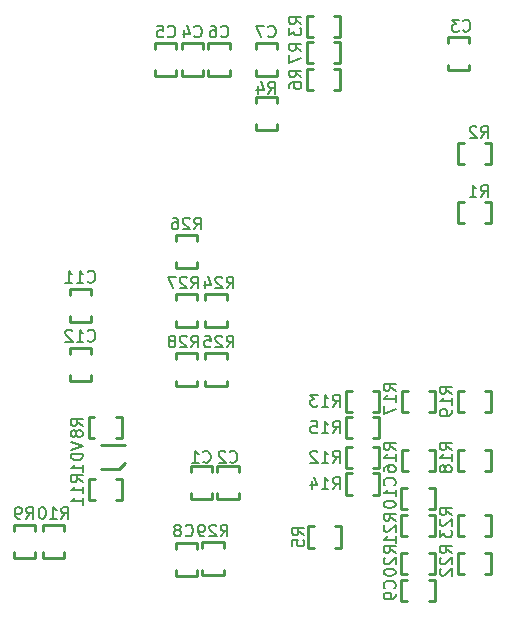
<source format=gbr>
G04 #@! TF.GenerationSoftware,KiCad,Pcbnew,(5.1.2-1)-1*
G04 #@! TF.CreationDate,2019-10-21T00:17:46+03:00*
G04 #@! TF.ProjectId,uaf0,75616630-2e6b-4696-9361-645f70636258,rev?*
G04 #@! TF.SameCoordinates,Original*
G04 #@! TF.FileFunction,Legend,Bot*
G04 #@! TF.FilePolarity,Positive*
%FSLAX46Y46*%
G04 Gerber Fmt 4.6, Leading zero omitted, Abs format (unit mm)*
G04 Created by KiCad (PCBNEW (5.1.2-1)-1) date 2019-10-21 00:17:46*
%MOMM*%
%LPD*%
G04 APERTURE LIST*
%ADD10C,0.250000*%
%ADD11C,0.200000*%
G04 APERTURE END LIST*
D10*
X63100000Y-88950000D02*
X63100000Y-89450000D01*
X64900000Y-88950000D02*
X64900000Y-89450000D01*
X64900000Y-88950000D02*
X63100000Y-88950000D01*
X63100000Y-91750000D02*
X63100000Y-91250000D01*
X64900000Y-91750000D02*
X63100000Y-91750000D01*
X64900000Y-91750000D02*
X64900000Y-91250000D01*
X54500000Y-80750000D02*
X56500000Y-80750000D01*
X56500000Y-82250000D02*
X56000000Y-82750000D01*
X54500000Y-82750000D02*
X56000000Y-82750000D01*
X60850000Y-72950000D02*
X60850000Y-73450000D01*
X62650000Y-72950000D02*
X62650000Y-73450000D01*
X62650000Y-72950000D02*
X60850000Y-72950000D01*
X60850000Y-75750000D02*
X60850000Y-75250000D01*
X62650000Y-75750000D02*
X60850000Y-75750000D01*
X62650000Y-75750000D02*
X62650000Y-75250000D01*
X60850000Y-67950000D02*
X60850000Y-68450000D01*
X62650000Y-67950000D02*
X62650000Y-68450000D01*
X62650000Y-67950000D02*
X60850000Y-67950000D01*
X60850000Y-70750000D02*
X60850000Y-70250000D01*
X62650000Y-70750000D02*
X60850000Y-70750000D01*
X62650000Y-70750000D02*
X62650000Y-70250000D01*
X60850000Y-62950000D02*
X60850000Y-63450000D01*
X62650000Y-62950000D02*
X62650000Y-63450000D01*
X62650000Y-62950000D02*
X60850000Y-62950000D01*
X60850000Y-65750000D02*
X60850000Y-65250000D01*
X62650000Y-65750000D02*
X60850000Y-65750000D01*
X62650000Y-65750000D02*
X62650000Y-65250000D01*
X63350000Y-72950000D02*
X63350000Y-73450000D01*
X65150000Y-72950000D02*
X65150000Y-73450000D01*
X65150000Y-72950000D02*
X63350000Y-72950000D01*
X63350000Y-75750000D02*
X63350000Y-75250000D01*
X65150000Y-75750000D02*
X63350000Y-75750000D01*
X65150000Y-75750000D02*
X65150000Y-75250000D01*
X63350000Y-67950000D02*
X63350000Y-68450000D01*
X65150000Y-67950000D02*
X65150000Y-68450000D01*
X65150000Y-67950000D02*
X63350000Y-67950000D01*
X63350000Y-70750000D02*
X63350000Y-70250000D01*
X65150000Y-70750000D02*
X63350000Y-70750000D01*
X65150000Y-70750000D02*
X65150000Y-70250000D01*
X87550000Y-86600000D02*
X87050000Y-86600000D01*
X87550000Y-88400000D02*
X87050000Y-88400000D01*
X87550000Y-88400000D02*
X87550000Y-86600000D01*
X84750000Y-86600000D02*
X85250000Y-86600000D01*
X84750000Y-88400000D02*
X84750000Y-86600000D01*
X84750000Y-88400000D02*
X85250000Y-88400000D01*
X87550000Y-89850000D02*
X87050000Y-89850000D01*
X87550000Y-91650000D02*
X87050000Y-91650000D01*
X87550000Y-91650000D02*
X87550000Y-89850000D01*
X84750000Y-89850000D02*
X85250000Y-89850000D01*
X84750000Y-91650000D02*
X84750000Y-89850000D01*
X84750000Y-91650000D02*
X85250000Y-91650000D01*
X79950000Y-88400000D02*
X80450000Y-88400000D01*
X79950000Y-86600000D02*
X80450000Y-86600000D01*
X79950000Y-86600000D02*
X79950000Y-88400000D01*
X82750000Y-88400000D02*
X82250000Y-88400000D01*
X82750000Y-86600000D02*
X82750000Y-88400000D01*
X82750000Y-86600000D02*
X82250000Y-86600000D01*
X79950000Y-91650000D02*
X80450000Y-91650000D01*
X79950000Y-89850000D02*
X80450000Y-89850000D01*
X79950000Y-89850000D02*
X79950000Y-91650000D01*
X82750000Y-91650000D02*
X82250000Y-91650000D01*
X82750000Y-89850000D02*
X82750000Y-91650000D01*
X82750000Y-89850000D02*
X82250000Y-89850000D01*
X87550000Y-76100000D02*
X87050000Y-76100000D01*
X87550000Y-77900000D02*
X87050000Y-77900000D01*
X87550000Y-77900000D02*
X87550000Y-76100000D01*
X84750000Y-76100000D02*
X85250000Y-76100000D01*
X84750000Y-77900000D02*
X84750000Y-76100000D01*
X84750000Y-77900000D02*
X85250000Y-77900000D01*
X87550000Y-81100000D02*
X87050000Y-81100000D01*
X87550000Y-82900000D02*
X87050000Y-82900000D01*
X87550000Y-82900000D02*
X87550000Y-81100000D01*
X84750000Y-81100000D02*
X85250000Y-81100000D01*
X84750000Y-82900000D02*
X84750000Y-81100000D01*
X84750000Y-82900000D02*
X85250000Y-82900000D01*
X82800000Y-76100000D02*
X82300000Y-76100000D01*
X82800000Y-77900000D02*
X82300000Y-77900000D01*
X82800000Y-77900000D02*
X82800000Y-76100000D01*
X80000000Y-76100000D02*
X80500000Y-76100000D01*
X80000000Y-77900000D02*
X80000000Y-76100000D01*
X80000000Y-77900000D02*
X80500000Y-77900000D01*
X82800000Y-81100000D02*
X82300000Y-81100000D01*
X82800000Y-82900000D02*
X82300000Y-82900000D01*
X82800000Y-82900000D02*
X82800000Y-81100000D01*
X80000000Y-81100000D02*
X80500000Y-81100000D01*
X80000000Y-82900000D02*
X80000000Y-81100000D01*
X80000000Y-82900000D02*
X80500000Y-82900000D01*
X78050000Y-78350000D02*
X77550000Y-78350000D01*
X78050000Y-80150000D02*
X77550000Y-80150000D01*
X78050000Y-80150000D02*
X78050000Y-78350000D01*
X75250000Y-78350000D02*
X75750000Y-78350000D01*
X75250000Y-80150000D02*
X75250000Y-78350000D01*
X75250000Y-80150000D02*
X75750000Y-80150000D01*
X78050000Y-83100000D02*
X77550000Y-83100000D01*
X78050000Y-84900000D02*
X77550000Y-84900000D01*
X78050000Y-84900000D02*
X78050000Y-83100000D01*
X75250000Y-83100000D02*
X75750000Y-83100000D01*
X75250000Y-84900000D02*
X75250000Y-83100000D01*
X75250000Y-84900000D02*
X75750000Y-84900000D01*
X78050000Y-76100000D02*
X77550000Y-76100000D01*
X78050000Y-77900000D02*
X77550000Y-77900000D01*
X78050000Y-77900000D02*
X78050000Y-76100000D01*
X75250000Y-76100000D02*
X75750000Y-76100000D01*
X75250000Y-77900000D02*
X75250000Y-76100000D01*
X75250000Y-77900000D02*
X75750000Y-77900000D01*
X78050000Y-80850000D02*
X77550000Y-80850000D01*
X78050000Y-82650000D02*
X77550000Y-82650000D01*
X78050000Y-82650000D02*
X78050000Y-80850000D01*
X75250000Y-80850000D02*
X75750000Y-80850000D01*
X75250000Y-82650000D02*
X75250000Y-80850000D01*
X75250000Y-82650000D02*
X75750000Y-82650000D01*
X56300000Y-83600000D02*
X55800000Y-83600000D01*
X56300000Y-85400000D02*
X55800000Y-85400000D01*
X56300000Y-85400000D02*
X56300000Y-83600000D01*
X53500000Y-83600000D02*
X54000000Y-83600000D01*
X53500000Y-85400000D02*
X53500000Y-83600000D01*
X53500000Y-85400000D02*
X54000000Y-85400000D01*
X49600000Y-87450000D02*
X49600000Y-87950000D01*
X51400000Y-87450000D02*
X51400000Y-87950000D01*
X51400000Y-87450000D02*
X49600000Y-87450000D01*
X49600000Y-90250000D02*
X49600000Y-89750000D01*
X51400000Y-90250000D02*
X49600000Y-90250000D01*
X51400000Y-90250000D02*
X51400000Y-89750000D01*
X47100000Y-87450000D02*
X47100000Y-87950000D01*
X48900000Y-87450000D02*
X48900000Y-87950000D01*
X48900000Y-87450000D02*
X47100000Y-87450000D01*
X47100000Y-90250000D02*
X47100000Y-89750000D01*
X48900000Y-90250000D02*
X47100000Y-90250000D01*
X48900000Y-90250000D02*
X48900000Y-89750000D01*
X53450000Y-80150000D02*
X53950000Y-80150000D01*
X53450000Y-78350000D02*
X53950000Y-78350000D01*
X53450000Y-78350000D02*
X53450000Y-80150000D01*
X56250000Y-80150000D02*
X55750000Y-80150000D01*
X56250000Y-78350000D02*
X56250000Y-80150000D01*
X56250000Y-78350000D02*
X55750000Y-78350000D01*
X71950000Y-48400000D02*
X72450000Y-48400000D01*
X71950000Y-46600000D02*
X72450000Y-46600000D01*
X71950000Y-46600000D02*
X71950000Y-48400000D01*
X74750000Y-48400000D02*
X74250000Y-48400000D01*
X74750000Y-46600000D02*
X74750000Y-48400000D01*
X74750000Y-46600000D02*
X74250000Y-46600000D01*
X71950000Y-50650000D02*
X72450000Y-50650000D01*
X71950000Y-48850000D02*
X72450000Y-48850000D01*
X71950000Y-48850000D02*
X71950000Y-50650000D01*
X74750000Y-50650000D02*
X74250000Y-50650000D01*
X74750000Y-48850000D02*
X74750000Y-50650000D01*
X74750000Y-48850000D02*
X74250000Y-48850000D01*
X74800000Y-87600000D02*
X74300000Y-87600000D01*
X74800000Y-89400000D02*
X74300000Y-89400000D01*
X74800000Y-89400000D02*
X74800000Y-87600000D01*
X72000000Y-87600000D02*
X72500000Y-87600000D01*
X72000000Y-89400000D02*
X72000000Y-87600000D01*
X72000000Y-89400000D02*
X72500000Y-89400000D01*
X69400000Y-54050000D02*
X69400000Y-53550000D01*
X67600000Y-54050000D02*
X67600000Y-53550000D01*
X67600000Y-54050000D02*
X69400000Y-54050000D01*
X69400000Y-51250000D02*
X69400000Y-51750000D01*
X67600000Y-51250000D02*
X69400000Y-51250000D01*
X67600000Y-51250000D02*
X67600000Y-51750000D01*
X71950000Y-46150000D02*
X72450000Y-46150000D01*
X71950000Y-44350000D02*
X72450000Y-44350000D01*
X71950000Y-44350000D02*
X71950000Y-46150000D01*
X74750000Y-46150000D02*
X74250000Y-46150000D01*
X74750000Y-44350000D02*
X74750000Y-46150000D01*
X74750000Y-44350000D02*
X74250000Y-44350000D01*
X87550000Y-55100000D02*
X87050000Y-55100000D01*
X87550000Y-56900000D02*
X87050000Y-56900000D01*
X87550000Y-56900000D02*
X87550000Y-55100000D01*
X84750000Y-55100000D02*
X85250000Y-55100000D01*
X84750000Y-56900000D02*
X84750000Y-55100000D01*
X84750000Y-56900000D02*
X85250000Y-56900000D01*
X87550000Y-60100000D02*
X87050000Y-60100000D01*
X87550000Y-61900000D02*
X87050000Y-61900000D01*
X87550000Y-61900000D02*
X87550000Y-60100000D01*
X84750000Y-60100000D02*
X85250000Y-60100000D01*
X84750000Y-61900000D02*
X84750000Y-60100000D01*
X84750000Y-61900000D02*
X85250000Y-61900000D01*
X53650000Y-75300000D02*
X53650000Y-74800000D01*
X51850000Y-75300000D02*
X51850000Y-74800000D01*
X51850000Y-75300000D02*
X53650000Y-75300000D01*
X53650000Y-72500000D02*
X53650000Y-73000000D01*
X51850000Y-72500000D02*
X53650000Y-72500000D01*
X51850000Y-72500000D02*
X51850000Y-73000000D01*
X53650000Y-70300000D02*
X53650000Y-69800000D01*
X51850000Y-70300000D02*
X51850000Y-69800000D01*
X51850000Y-70300000D02*
X53650000Y-70300000D01*
X53650000Y-67500000D02*
X53650000Y-68000000D01*
X51850000Y-67500000D02*
X53650000Y-67500000D01*
X51850000Y-67500000D02*
X51850000Y-68000000D01*
X79950000Y-86150000D02*
X80450000Y-86150000D01*
X79950000Y-84350000D02*
X80450000Y-84350000D01*
X79950000Y-84350000D02*
X79950000Y-86150000D01*
X82750000Y-86150000D02*
X82250000Y-86150000D01*
X82750000Y-84350000D02*
X82750000Y-86150000D01*
X82750000Y-84350000D02*
X82250000Y-84350000D01*
X79950000Y-93900000D02*
X80450000Y-93900000D01*
X79950000Y-92100000D02*
X80450000Y-92100000D01*
X79950000Y-92100000D02*
X79950000Y-93900000D01*
X82750000Y-93900000D02*
X82250000Y-93900000D01*
X82750000Y-92100000D02*
X82750000Y-93900000D01*
X82750000Y-92100000D02*
X82250000Y-92100000D01*
X62650000Y-91800000D02*
X62650000Y-91300000D01*
X60850000Y-91800000D02*
X60850000Y-91300000D01*
X60850000Y-91800000D02*
X62650000Y-91800000D01*
X62650000Y-89000000D02*
X62650000Y-89500000D01*
X60850000Y-89000000D02*
X62650000Y-89000000D01*
X60850000Y-89000000D02*
X60850000Y-89500000D01*
X67600000Y-46700000D02*
X67600000Y-47200000D01*
X69400000Y-46700000D02*
X69400000Y-47200000D01*
X69400000Y-46700000D02*
X67600000Y-46700000D01*
X67600000Y-49500000D02*
X67600000Y-49000000D01*
X69400000Y-49500000D02*
X67600000Y-49500000D01*
X69400000Y-49500000D02*
X69400000Y-49000000D01*
X63600000Y-46700000D02*
X63600000Y-47200000D01*
X65400000Y-46700000D02*
X65400000Y-47200000D01*
X65400000Y-46700000D02*
X63600000Y-46700000D01*
X63600000Y-49500000D02*
X63600000Y-49000000D01*
X65400000Y-49500000D02*
X63600000Y-49500000D01*
X65400000Y-49500000D02*
X65400000Y-49000000D01*
X59100000Y-46700000D02*
X59100000Y-47200000D01*
X60900000Y-46700000D02*
X60900000Y-47200000D01*
X60900000Y-46700000D02*
X59100000Y-46700000D01*
X59100000Y-49500000D02*
X59100000Y-49000000D01*
X60900000Y-49500000D02*
X59100000Y-49500000D01*
X60900000Y-49500000D02*
X60900000Y-49000000D01*
X61350000Y-46700000D02*
X61350000Y-47200000D01*
X63150000Y-46700000D02*
X63150000Y-47200000D01*
X63150000Y-46700000D02*
X61350000Y-46700000D01*
X61350000Y-49500000D02*
X61350000Y-49000000D01*
X63150000Y-49500000D02*
X61350000Y-49500000D01*
X63150000Y-49500000D02*
X63150000Y-49000000D01*
X83850000Y-46200000D02*
X83850000Y-46700000D01*
X85650000Y-46200000D02*
X85650000Y-46700000D01*
X85650000Y-46200000D02*
X83850000Y-46200000D01*
X83850000Y-49000000D02*
X83850000Y-48500000D01*
X85650000Y-49000000D02*
X83850000Y-49000000D01*
X85650000Y-49000000D02*
X85650000Y-48500000D01*
X66150000Y-85300000D02*
X66150000Y-84800000D01*
X64350000Y-85300000D02*
X64350000Y-84800000D01*
X64350000Y-85300000D02*
X66150000Y-85300000D01*
X66150000Y-82500000D02*
X66150000Y-83000000D01*
X64350000Y-82500000D02*
X66150000Y-82500000D01*
X64350000Y-82500000D02*
X64350000Y-83000000D01*
X63900000Y-85300000D02*
X63900000Y-84800000D01*
X62100000Y-85300000D02*
X62100000Y-84800000D01*
X62100000Y-85300000D02*
X63900000Y-85300000D01*
X63900000Y-82500000D02*
X63900000Y-83000000D01*
X62100000Y-82500000D02*
X63900000Y-82500000D01*
X62100000Y-82500000D02*
X62100000Y-83000000D01*
D11*
X64642857Y-88452380D02*
X64976190Y-87976190D01*
X65214285Y-88452380D02*
X65214285Y-87452380D01*
X64833333Y-87452380D01*
X64738095Y-87500000D01*
X64690476Y-87547619D01*
X64642857Y-87642857D01*
X64642857Y-87785714D01*
X64690476Y-87880952D01*
X64738095Y-87928571D01*
X64833333Y-87976190D01*
X65214285Y-87976190D01*
X64261904Y-87547619D02*
X64214285Y-87500000D01*
X64119047Y-87452380D01*
X63880952Y-87452380D01*
X63785714Y-87500000D01*
X63738095Y-87547619D01*
X63690476Y-87642857D01*
X63690476Y-87738095D01*
X63738095Y-87880952D01*
X64309523Y-88452380D01*
X63690476Y-88452380D01*
X63214285Y-88452380D02*
X63023809Y-88452380D01*
X62928571Y-88404761D01*
X62880952Y-88357142D01*
X62785714Y-88214285D01*
X62738095Y-88023809D01*
X62738095Y-87642857D01*
X62785714Y-87547619D01*
X62833333Y-87500000D01*
X62928571Y-87452380D01*
X63119047Y-87452380D01*
X63214285Y-87500000D01*
X63261904Y-87547619D01*
X63309523Y-87642857D01*
X63309523Y-87880952D01*
X63261904Y-87976190D01*
X63214285Y-88023809D01*
X63119047Y-88071428D01*
X62928571Y-88071428D01*
X62833333Y-88023809D01*
X62785714Y-87976190D01*
X62738095Y-87880952D01*
X51952380Y-80440476D02*
X52952380Y-80773809D01*
X51952380Y-81107142D01*
X52952380Y-81440476D02*
X51952380Y-81440476D01*
X51952380Y-81678571D01*
X52000000Y-81821428D01*
X52095238Y-81916666D01*
X52190476Y-81964285D01*
X52380952Y-82011904D01*
X52523809Y-82011904D01*
X52714285Y-81964285D01*
X52809523Y-81916666D01*
X52904761Y-81821428D01*
X52952380Y-81678571D01*
X52952380Y-81440476D01*
X52952380Y-82964285D02*
X52952380Y-82392857D01*
X52952380Y-82678571D02*
X51952380Y-82678571D01*
X52095238Y-82583333D01*
X52190476Y-82488095D01*
X52238095Y-82392857D01*
X62142857Y-72452380D02*
X62476190Y-71976190D01*
X62714285Y-72452380D02*
X62714285Y-71452380D01*
X62333333Y-71452380D01*
X62238095Y-71500000D01*
X62190476Y-71547619D01*
X62142857Y-71642857D01*
X62142857Y-71785714D01*
X62190476Y-71880952D01*
X62238095Y-71928571D01*
X62333333Y-71976190D01*
X62714285Y-71976190D01*
X61761904Y-71547619D02*
X61714285Y-71500000D01*
X61619047Y-71452380D01*
X61380952Y-71452380D01*
X61285714Y-71500000D01*
X61238095Y-71547619D01*
X61190476Y-71642857D01*
X61190476Y-71738095D01*
X61238095Y-71880952D01*
X61809523Y-72452380D01*
X61190476Y-72452380D01*
X60619047Y-71880952D02*
X60714285Y-71833333D01*
X60761904Y-71785714D01*
X60809523Y-71690476D01*
X60809523Y-71642857D01*
X60761904Y-71547619D01*
X60714285Y-71500000D01*
X60619047Y-71452380D01*
X60428571Y-71452380D01*
X60333333Y-71500000D01*
X60285714Y-71547619D01*
X60238095Y-71642857D01*
X60238095Y-71690476D01*
X60285714Y-71785714D01*
X60333333Y-71833333D01*
X60428571Y-71880952D01*
X60619047Y-71880952D01*
X60714285Y-71928571D01*
X60761904Y-71976190D01*
X60809523Y-72071428D01*
X60809523Y-72261904D01*
X60761904Y-72357142D01*
X60714285Y-72404761D01*
X60619047Y-72452380D01*
X60428571Y-72452380D01*
X60333333Y-72404761D01*
X60285714Y-72357142D01*
X60238095Y-72261904D01*
X60238095Y-72071428D01*
X60285714Y-71976190D01*
X60333333Y-71928571D01*
X60428571Y-71880952D01*
X62142857Y-67452380D02*
X62476190Y-66976190D01*
X62714285Y-67452380D02*
X62714285Y-66452380D01*
X62333333Y-66452380D01*
X62238095Y-66500000D01*
X62190476Y-66547619D01*
X62142857Y-66642857D01*
X62142857Y-66785714D01*
X62190476Y-66880952D01*
X62238095Y-66928571D01*
X62333333Y-66976190D01*
X62714285Y-66976190D01*
X61761904Y-66547619D02*
X61714285Y-66500000D01*
X61619047Y-66452380D01*
X61380952Y-66452380D01*
X61285714Y-66500000D01*
X61238095Y-66547619D01*
X61190476Y-66642857D01*
X61190476Y-66738095D01*
X61238095Y-66880952D01*
X61809523Y-67452380D01*
X61190476Y-67452380D01*
X60857142Y-66452380D02*
X60190476Y-66452380D01*
X60619047Y-67452380D01*
X62392857Y-62452380D02*
X62726190Y-61976190D01*
X62964285Y-62452380D02*
X62964285Y-61452380D01*
X62583333Y-61452380D01*
X62488095Y-61500000D01*
X62440476Y-61547619D01*
X62392857Y-61642857D01*
X62392857Y-61785714D01*
X62440476Y-61880952D01*
X62488095Y-61928571D01*
X62583333Y-61976190D01*
X62964285Y-61976190D01*
X62011904Y-61547619D02*
X61964285Y-61500000D01*
X61869047Y-61452380D01*
X61630952Y-61452380D01*
X61535714Y-61500000D01*
X61488095Y-61547619D01*
X61440476Y-61642857D01*
X61440476Y-61738095D01*
X61488095Y-61880952D01*
X62059523Y-62452380D01*
X61440476Y-62452380D01*
X60583333Y-61452380D02*
X60773809Y-61452380D01*
X60869047Y-61500000D01*
X60916666Y-61547619D01*
X61011904Y-61690476D01*
X61059523Y-61880952D01*
X61059523Y-62261904D01*
X61011904Y-62357142D01*
X60964285Y-62404761D01*
X60869047Y-62452380D01*
X60678571Y-62452380D01*
X60583333Y-62404761D01*
X60535714Y-62357142D01*
X60488095Y-62261904D01*
X60488095Y-62023809D01*
X60535714Y-61928571D01*
X60583333Y-61880952D01*
X60678571Y-61833333D01*
X60869047Y-61833333D01*
X60964285Y-61880952D01*
X61011904Y-61928571D01*
X61059523Y-62023809D01*
X65142857Y-72452380D02*
X65476190Y-71976190D01*
X65714285Y-72452380D02*
X65714285Y-71452380D01*
X65333333Y-71452380D01*
X65238095Y-71500000D01*
X65190476Y-71547619D01*
X65142857Y-71642857D01*
X65142857Y-71785714D01*
X65190476Y-71880952D01*
X65238095Y-71928571D01*
X65333333Y-71976190D01*
X65714285Y-71976190D01*
X64761904Y-71547619D02*
X64714285Y-71500000D01*
X64619047Y-71452380D01*
X64380952Y-71452380D01*
X64285714Y-71500000D01*
X64238095Y-71547619D01*
X64190476Y-71642857D01*
X64190476Y-71738095D01*
X64238095Y-71880952D01*
X64809523Y-72452380D01*
X64190476Y-72452380D01*
X63285714Y-71452380D02*
X63761904Y-71452380D01*
X63809523Y-71928571D01*
X63761904Y-71880952D01*
X63666666Y-71833333D01*
X63428571Y-71833333D01*
X63333333Y-71880952D01*
X63285714Y-71928571D01*
X63238095Y-72023809D01*
X63238095Y-72261904D01*
X63285714Y-72357142D01*
X63333333Y-72404761D01*
X63428571Y-72452380D01*
X63666666Y-72452380D01*
X63761904Y-72404761D01*
X63809523Y-72357142D01*
X65142857Y-67452380D02*
X65476190Y-66976190D01*
X65714285Y-67452380D02*
X65714285Y-66452380D01*
X65333333Y-66452380D01*
X65238095Y-66500000D01*
X65190476Y-66547619D01*
X65142857Y-66642857D01*
X65142857Y-66785714D01*
X65190476Y-66880952D01*
X65238095Y-66928571D01*
X65333333Y-66976190D01*
X65714285Y-66976190D01*
X64761904Y-66547619D02*
X64714285Y-66500000D01*
X64619047Y-66452380D01*
X64380952Y-66452380D01*
X64285714Y-66500000D01*
X64238095Y-66547619D01*
X64190476Y-66642857D01*
X64190476Y-66738095D01*
X64238095Y-66880952D01*
X64809523Y-67452380D01*
X64190476Y-67452380D01*
X63333333Y-66785714D02*
X63333333Y-67452380D01*
X63571428Y-66404761D02*
X63809523Y-67119047D01*
X63190476Y-67119047D01*
X84202380Y-86607142D02*
X83726190Y-86273809D01*
X84202380Y-86035714D02*
X83202380Y-86035714D01*
X83202380Y-86416666D01*
X83250000Y-86511904D01*
X83297619Y-86559523D01*
X83392857Y-86607142D01*
X83535714Y-86607142D01*
X83630952Y-86559523D01*
X83678571Y-86511904D01*
X83726190Y-86416666D01*
X83726190Y-86035714D01*
X83297619Y-86988095D02*
X83250000Y-87035714D01*
X83202380Y-87130952D01*
X83202380Y-87369047D01*
X83250000Y-87464285D01*
X83297619Y-87511904D01*
X83392857Y-87559523D01*
X83488095Y-87559523D01*
X83630952Y-87511904D01*
X84202380Y-86940476D01*
X84202380Y-87559523D01*
X83202380Y-87892857D02*
X83202380Y-88511904D01*
X83583333Y-88178571D01*
X83583333Y-88321428D01*
X83630952Y-88416666D01*
X83678571Y-88464285D01*
X83773809Y-88511904D01*
X84011904Y-88511904D01*
X84107142Y-88464285D01*
X84154761Y-88416666D01*
X84202380Y-88321428D01*
X84202380Y-88035714D01*
X84154761Y-87940476D01*
X84107142Y-87892857D01*
X84202380Y-89857142D02*
X83726190Y-89523809D01*
X84202380Y-89285714D02*
X83202380Y-89285714D01*
X83202380Y-89666666D01*
X83250000Y-89761904D01*
X83297619Y-89809523D01*
X83392857Y-89857142D01*
X83535714Y-89857142D01*
X83630952Y-89809523D01*
X83678571Y-89761904D01*
X83726190Y-89666666D01*
X83726190Y-89285714D01*
X83297619Y-90238095D02*
X83250000Y-90285714D01*
X83202380Y-90380952D01*
X83202380Y-90619047D01*
X83250000Y-90714285D01*
X83297619Y-90761904D01*
X83392857Y-90809523D01*
X83488095Y-90809523D01*
X83630952Y-90761904D01*
X84202380Y-90190476D01*
X84202380Y-90809523D01*
X83297619Y-91190476D02*
X83250000Y-91238095D01*
X83202380Y-91333333D01*
X83202380Y-91571428D01*
X83250000Y-91666666D01*
X83297619Y-91714285D01*
X83392857Y-91761904D01*
X83488095Y-91761904D01*
X83630952Y-91714285D01*
X84202380Y-91142857D01*
X84202380Y-91761904D01*
X79452380Y-87107142D02*
X78976190Y-86773809D01*
X79452380Y-86535714D02*
X78452380Y-86535714D01*
X78452380Y-86916666D01*
X78500000Y-87011904D01*
X78547619Y-87059523D01*
X78642857Y-87107142D01*
X78785714Y-87107142D01*
X78880952Y-87059523D01*
X78928571Y-87011904D01*
X78976190Y-86916666D01*
X78976190Y-86535714D01*
X78547619Y-87488095D02*
X78500000Y-87535714D01*
X78452380Y-87630952D01*
X78452380Y-87869047D01*
X78500000Y-87964285D01*
X78547619Y-88011904D01*
X78642857Y-88059523D01*
X78738095Y-88059523D01*
X78880952Y-88011904D01*
X79452380Y-87440476D01*
X79452380Y-88059523D01*
X79452380Y-89011904D02*
X79452380Y-88440476D01*
X79452380Y-88726190D02*
X78452380Y-88726190D01*
X78595238Y-88630952D01*
X78690476Y-88535714D01*
X78738095Y-88440476D01*
X79452380Y-89857142D02*
X78976190Y-89523809D01*
X79452380Y-89285714D02*
X78452380Y-89285714D01*
X78452380Y-89666666D01*
X78500000Y-89761904D01*
X78547619Y-89809523D01*
X78642857Y-89857142D01*
X78785714Y-89857142D01*
X78880952Y-89809523D01*
X78928571Y-89761904D01*
X78976190Y-89666666D01*
X78976190Y-89285714D01*
X78547619Y-90238095D02*
X78500000Y-90285714D01*
X78452380Y-90380952D01*
X78452380Y-90619047D01*
X78500000Y-90714285D01*
X78547619Y-90761904D01*
X78642857Y-90809523D01*
X78738095Y-90809523D01*
X78880952Y-90761904D01*
X79452380Y-90190476D01*
X79452380Y-90809523D01*
X78452380Y-91428571D02*
X78452380Y-91523809D01*
X78500000Y-91619047D01*
X78547619Y-91666666D01*
X78642857Y-91714285D01*
X78833333Y-91761904D01*
X79071428Y-91761904D01*
X79261904Y-91714285D01*
X79357142Y-91666666D01*
X79404761Y-91619047D01*
X79452380Y-91523809D01*
X79452380Y-91428571D01*
X79404761Y-91333333D01*
X79357142Y-91285714D01*
X79261904Y-91238095D01*
X79071428Y-91190476D01*
X78833333Y-91190476D01*
X78642857Y-91238095D01*
X78547619Y-91285714D01*
X78500000Y-91333333D01*
X78452380Y-91428571D01*
X84202380Y-76357142D02*
X83726190Y-76023809D01*
X84202380Y-75785714D02*
X83202380Y-75785714D01*
X83202380Y-76166666D01*
X83250000Y-76261904D01*
X83297619Y-76309523D01*
X83392857Y-76357142D01*
X83535714Y-76357142D01*
X83630952Y-76309523D01*
X83678571Y-76261904D01*
X83726190Y-76166666D01*
X83726190Y-75785714D01*
X84202380Y-77309523D02*
X84202380Y-76738095D01*
X84202380Y-77023809D02*
X83202380Y-77023809D01*
X83345238Y-76928571D01*
X83440476Y-76833333D01*
X83488095Y-76738095D01*
X84202380Y-77785714D02*
X84202380Y-77976190D01*
X84154761Y-78071428D01*
X84107142Y-78119047D01*
X83964285Y-78214285D01*
X83773809Y-78261904D01*
X83392857Y-78261904D01*
X83297619Y-78214285D01*
X83250000Y-78166666D01*
X83202380Y-78071428D01*
X83202380Y-77880952D01*
X83250000Y-77785714D01*
X83297619Y-77738095D01*
X83392857Y-77690476D01*
X83630952Y-77690476D01*
X83726190Y-77738095D01*
X83773809Y-77785714D01*
X83821428Y-77880952D01*
X83821428Y-78071428D01*
X83773809Y-78166666D01*
X83726190Y-78214285D01*
X83630952Y-78261904D01*
X84202380Y-81107142D02*
X83726190Y-80773809D01*
X84202380Y-80535714D02*
X83202380Y-80535714D01*
X83202380Y-80916666D01*
X83250000Y-81011904D01*
X83297619Y-81059523D01*
X83392857Y-81107142D01*
X83535714Y-81107142D01*
X83630952Y-81059523D01*
X83678571Y-81011904D01*
X83726190Y-80916666D01*
X83726190Y-80535714D01*
X84202380Y-82059523D02*
X84202380Y-81488095D01*
X84202380Y-81773809D02*
X83202380Y-81773809D01*
X83345238Y-81678571D01*
X83440476Y-81583333D01*
X83488095Y-81488095D01*
X83630952Y-82630952D02*
X83583333Y-82535714D01*
X83535714Y-82488095D01*
X83440476Y-82440476D01*
X83392857Y-82440476D01*
X83297619Y-82488095D01*
X83250000Y-82535714D01*
X83202380Y-82630952D01*
X83202380Y-82821428D01*
X83250000Y-82916666D01*
X83297619Y-82964285D01*
X83392857Y-83011904D01*
X83440476Y-83011904D01*
X83535714Y-82964285D01*
X83583333Y-82916666D01*
X83630952Y-82821428D01*
X83630952Y-82630952D01*
X83678571Y-82535714D01*
X83726190Y-82488095D01*
X83821428Y-82440476D01*
X84011904Y-82440476D01*
X84107142Y-82488095D01*
X84154761Y-82535714D01*
X84202380Y-82630952D01*
X84202380Y-82821428D01*
X84154761Y-82916666D01*
X84107142Y-82964285D01*
X84011904Y-83011904D01*
X83821428Y-83011904D01*
X83726190Y-82964285D01*
X83678571Y-82916666D01*
X83630952Y-82821428D01*
X79452380Y-76107142D02*
X78976190Y-75773809D01*
X79452380Y-75535714D02*
X78452380Y-75535714D01*
X78452380Y-75916666D01*
X78500000Y-76011904D01*
X78547619Y-76059523D01*
X78642857Y-76107142D01*
X78785714Y-76107142D01*
X78880952Y-76059523D01*
X78928571Y-76011904D01*
X78976190Y-75916666D01*
X78976190Y-75535714D01*
X79452380Y-77059523D02*
X79452380Y-76488095D01*
X79452380Y-76773809D02*
X78452380Y-76773809D01*
X78595238Y-76678571D01*
X78690476Y-76583333D01*
X78738095Y-76488095D01*
X78452380Y-77392857D02*
X78452380Y-78059523D01*
X79452380Y-77630952D01*
X79452380Y-81107142D02*
X78976190Y-80773809D01*
X79452380Y-80535714D02*
X78452380Y-80535714D01*
X78452380Y-80916666D01*
X78500000Y-81011904D01*
X78547619Y-81059523D01*
X78642857Y-81107142D01*
X78785714Y-81107142D01*
X78880952Y-81059523D01*
X78928571Y-81011904D01*
X78976190Y-80916666D01*
X78976190Y-80535714D01*
X79452380Y-82059523D02*
X79452380Y-81488095D01*
X79452380Y-81773809D02*
X78452380Y-81773809D01*
X78595238Y-81678571D01*
X78690476Y-81583333D01*
X78738095Y-81488095D01*
X78452380Y-82916666D02*
X78452380Y-82726190D01*
X78500000Y-82630952D01*
X78547619Y-82583333D01*
X78690476Y-82488095D01*
X78880952Y-82440476D01*
X79261904Y-82440476D01*
X79357142Y-82488095D01*
X79404761Y-82535714D01*
X79452380Y-82630952D01*
X79452380Y-82821428D01*
X79404761Y-82916666D01*
X79357142Y-82964285D01*
X79261904Y-83011904D01*
X79023809Y-83011904D01*
X78928571Y-82964285D01*
X78880952Y-82916666D01*
X78833333Y-82821428D01*
X78833333Y-82630952D01*
X78880952Y-82535714D01*
X78928571Y-82488095D01*
X79023809Y-82440476D01*
X74142857Y-79702380D02*
X74476190Y-79226190D01*
X74714285Y-79702380D02*
X74714285Y-78702380D01*
X74333333Y-78702380D01*
X74238095Y-78750000D01*
X74190476Y-78797619D01*
X74142857Y-78892857D01*
X74142857Y-79035714D01*
X74190476Y-79130952D01*
X74238095Y-79178571D01*
X74333333Y-79226190D01*
X74714285Y-79226190D01*
X73190476Y-79702380D02*
X73761904Y-79702380D01*
X73476190Y-79702380D02*
X73476190Y-78702380D01*
X73571428Y-78845238D01*
X73666666Y-78940476D01*
X73761904Y-78988095D01*
X72285714Y-78702380D02*
X72761904Y-78702380D01*
X72809523Y-79178571D01*
X72761904Y-79130952D01*
X72666666Y-79083333D01*
X72428571Y-79083333D01*
X72333333Y-79130952D01*
X72285714Y-79178571D01*
X72238095Y-79273809D01*
X72238095Y-79511904D01*
X72285714Y-79607142D01*
X72333333Y-79654761D01*
X72428571Y-79702380D01*
X72666666Y-79702380D01*
X72761904Y-79654761D01*
X72809523Y-79607142D01*
X74142857Y-84452380D02*
X74476190Y-83976190D01*
X74714285Y-84452380D02*
X74714285Y-83452380D01*
X74333333Y-83452380D01*
X74238095Y-83500000D01*
X74190476Y-83547619D01*
X74142857Y-83642857D01*
X74142857Y-83785714D01*
X74190476Y-83880952D01*
X74238095Y-83928571D01*
X74333333Y-83976190D01*
X74714285Y-83976190D01*
X73190476Y-84452380D02*
X73761904Y-84452380D01*
X73476190Y-84452380D02*
X73476190Y-83452380D01*
X73571428Y-83595238D01*
X73666666Y-83690476D01*
X73761904Y-83738095D01*
X72333333Y-83785714D02*
X72333333Y-84452380D01*
X72571428Y-83404761D02*
X72809523Y-84119047D01*
X72190476Y-84119047D01*
X74142857Y-77452380D02*
X74476190Y-76976190D01*
X74714285Y-77452380D02*
X74714285Y-76452380D01*
X74333333Y-76452380D01*
X74238095Y-76500000D01*
X74190476Y-76547619D01*
X74142857Y-76642857D01*
X74142857Y-76785714D01*
X74190476Y-76880952D01*
X74238095Y-76928571D01*
X74333333Y-76976190D01*
X74714285Y-76976190D01*
X73190476Y-77452380D02*
X73761904Y-77452380D01*
X73476190Y-77452380D02*
X73476190Y-76452380D01*
X73571428Y-76595238D01*
X73666666Y-76690476D01*
X73761904Y-76738095D01*
X72857142Y-76452380D02*
X72238095Y-76452380D01*
X72571428Y-76833333D01*
X72428571Y-76833333D01*
X72333333Y-76880952D01*
X72285714Y-76928571D01*
X72238095Y-77023809D01*
X72238095Y-77261904D01*
X72285714Y-77357142D01*
X72333333Y-77404761D01*
X72428571Y-77452380D01*
X72714285Y-77452380D01*
X72809523Y-77404761D01*
X72857142Y-77357142D01*
X74142857Y-82202380D02*
X74476190Y-81726190D01*
X74714285Y-82202380D02*
X74714285Y-81202380D01*
X74333333Y-81202380D01*
X74238095Y-81250000D01*
X74190476Y-81297619D01*
X74142857Y-81392857D01*
X74142857Y-81535714D01*
X74190476Y-81630952D01*
X74238095Y-81678571D01*
X74333333Y-81726190D01*
X74714285Y-81726190D01*
X73190476Y-82202380D02*
X73761904Y-82202380D01*
X73476190Y-82202380D02*
X73476190Y-81202380D01*
X73571428Y-81345238D01*
X73666666Y-81440476D01*
X73761904Y-81488095D01*
X72809523Y-81297619D02*
X72761904Y-81250000D01*
X72666666Y-81202380D01*
X72428571Y-81202380D01*
X72333333Y-81250000D01*
X72285714Y-81297619D01*
X72238095Y-81392857D01*
X72238095Y-81488095D01*
X72285714Y-81630952D01*
X72857142Y-82202380D01*
X72238095Y-82202380D01*
X52952380Y-83857142D02*
X52476190Y-83523809D01*
X52952380Y-83285714D02*
X51952380Y-83285714D01*
X51952380Y-83666666D01*
X52000000Y-83761904D01*
X52047619Y-83809523D01*
X52142857Y-83857142D01*
X52285714Y-83857142D01*
X52380952Y-83809523D01*
X52428571Y-83761904D01*
X52476190Y-83666666D01*
X52476190Y-83285714D01*
X52952380Y-84809523D02*
X52952380Y-84238095D01*
X52952380Y-84523809D02*
X51952380Y-84523809D01*
X52095238Y-84428571D01*
X52190476Y-84333333D01*
X52238095Y-84238095D01*
X52952380Y-85761904D02*
X52952380Y-85190476D01*
X52952380Y-85476190D02*
X51952380Y-85476190D01*
X52095238Y-85380952D01*
X52190476Y-85285714D01*
X52238095Y-85190476D01*
X51142857Y-86952380D02*
X51476190Y-86476190D01*
X51714285Y-86952380D02*
X51714285Y-85952380D01*
X51333333Y-85952380D01*
X51238095Y-86000000D01*
X51190476Y-86047619D01*
X51142857Y-86142857D01*
X51142857Y-86285714D01*
X51190476Y-86380952D01*
X51238095Y-86428571D01*
X51333333Y-86476190D01*
X51714285Y-86476190D01*
X50190476Y-86952380D02*
X50761904Y-86952380D01*
X50476190Y-86952380D02*
X50476190Y-85952380D01*
X50571428Y-86095238D01*
X50666666Y-86190476D01*
X50761904Y-86238095D01*
X49571428Y-85952380D02*
X49476190Y-85952380D01*
X49380952Y-86000000D01*
X49333333Y-86047619D01*
X49285714Y-86142857D01*
X49238095Y-86333333D01*
X49238095Y-86571428D01*
X49285714Y-86761904D01*
X49333333Y-86857142D01*
X49380952Y-86904761D01*
X49476190Y-86952380D01*
X49571428Y-86952380D01*
X49666666Y-86904761D01*
X49714285Y-86857142D01*
X49761904Y-86761904D01*
X49809523Y-86571428D01*
X49809523Y-86333333D01*
X49761904Y-86142857D01*
X49714285Y-86047619D01*
X49666666Y-86000000D01*
X49571428Y-85952380D01*
X48166666Y-86952380D02*
X48500000Y-86476190D01*
X48738095Y-86952380D02*
X48738095Y-85952380D01*
X48357142Y-85952380D01*
X48261904Y-86000000D01*
X48214285Y-86047619D01*
X48166666Y-86142857D01*
X48166666Y-86285714D01*
X48214285Y-86380952D01*
X48261904Y-86428571D01*
X48357142Y-86476190D01*
X48738095Y-86476190D01*
X47690476Y-86952380D02*
X47500000Y-86952380D01*
X47404761Y-86904761D01*
X47357142Y-86857142D01*
X47261904Y-86714285D01*
X47214285Y-86523809D01*
X47214285Y-86142857D01*
X47261904Y-86047619D01*
X47309523Y-86000000D01*
X47404761Y-85952380D01*
X47595238Y-85952380D01*
X47690476Y-86000000D01*
X47738095Y-86047619D01*
X47785714Y-86142857D01*
X47785714Y-86380952D01*
X47738095Y-86476190D01*
X47690476Y-86523809D01*
X47595238Y-86571428D01*
X47404761Y-86571428D01*
X47309523Y-86523809D01*
X47261904Y-86476190D01*
X47214285Y-86380952D01*
X52952380Y-79083333D02*
X52476190Y-78750000D01*
X52952380Y-78511904D02*
X51952380Y-78511904D01*
X51952380Y-78892857D01*
X52000000Y-78988095D01*
X52047619Y-79035714D01*
X52142857Y-79083333D01*
X52285714Y-79083333D01*
X52380952Y-79035714D01*
X52428571Y-78988095D01*
X52476190Y-78892857D01*
X52476190Y-78511904D01*
X52380952Y-79654761D02*
X52333333Y-79559523D01*
X52285714Y-79511904D01*
X52190476Y-79464285D01*
X52142857Y-79464285D01*
X52047619Y-79511904D01*
X52000000Y-79559523D01*
X51952380Y-79654761D01*
X51952380Y-79845238D01*
X52000000Y-79940476D01*
X52047619Y-79988095D01*
X52142857Y-80035714D01*
X52190476Y-80035714D01*
X52285714Y-79988095D01*
X52333333Y-79940476D01*
X52380952Y-79845238D01*
X52380952Y-79654761D01*
X52428571Y-79559523D01*
X52476190Y-79511904D01*
X52571428Y-79464285D01*
X52761904Y-79464285D01*
X52857142Y-79511904D01*
X52904761Y-79559523D01*
X52952380Y-79654761D01*
X52952380Y-79845238D01*
X52904761Y-79940476D01*
X52857142Y-79988095D01*
X52761904Y-80035714D01*
X52571428Y-80035714D01*
X52476190Y-79988095D01*
X52428571Y-79940476D01*
X52380952Y-79845238D01*
X71452380Y-47333333D02*
X70976190Y-47000000D01*
X71452380Y-46761904D02*
X70452380Y-46761904D01*
X70452380Y-47142857D01*
X70500000Y-47238095D01*
X70547619Y-47285714D01*
X70642857Y-47333333D01*
X70785714Y-47333333D01*
X70880952Y-47285714D01*
X70928571Y-47238095D01*
X70976190Y-47142857D01*
X70976190Y-46761904D01*
X70452380Y-47666666D02*
X70452380Y-48333333D01*
X71452380Y-47904761D01*
X71452380Y-49583333D02*
X70976190Y-49250000D01*
X71452380Y-49011904D02*
X70452380Y-49011904D01*
X70452380Y-49392857D01*
X70500000Y-49488095D01*
X70547619Y-49535714D01*
X70642857Y-49583333D01*
X70785714Y-49583333D01*
X70880952Y-49535714D01*
X70928571Y-49488095D01*
X70976190Y-49392857D01*
X70976190Y-49011904D01*
X70452380Y-50440476D02*
X70452380Y-50250000D01*
X70500000Y-50154761D01*
X70547619Y-50107142D01*
X70690476Y-50011904D01*
X70880952Y-49964285D01*
X71261904Y-49964285D01*
X71357142Y-50011904D01*
X71404761Y-50059523D01*
X71452380Y-50154761D01*
X71452380Y-50345238D01*
X71404761Y-50440476D01*
X71357142Y-50488095D01*
X71261904Y-50535714D01*
X71023809Y-50535714D01*
X70928571Y-50488095D01*
X70880952Y-50440476D01*
X70833333Y-50345238D01*
X70833333Y-50154761D01*
X70880952Y-50059523D01*
X70928571Y-50011904D01*
X71023809Y-49964285D01*
X71702380Y-88333333D02*
X71226190Y-88000000D01*
X71702380Y-87761904D02*
X70702380Y-87761904D01*
X70702380Y-88142857D01*
X70750000Y-88238095D01*
X70797619Y-88285714D01*
X70892857Y-88333333D01*
X71035714Y-88333333D01*
X71130952Y-88285714D01*
X71178571Y-88238095D01*
X71226190Y-88142857D01*
X71226190Y-87761904D01*
X70702380Y-89238095D02*
X70702380Y-88761904D01*
X71178571Y-88714285D01*
X71130952Y-88761904D01*
X71083333Y-88857142D01*
X71083333Y-89095238D01*
X71130952Y-89190476D01*
X71178571Y-89238095D01*
X71273809Y-89285714D01*
X71511904Y-89285714D01*
X71607142Y-89238095D01*
X71654761Y-89190476D01*
X71702380Y-89095238D01*
X71702380Y-88857142D01*
X71654761Y-88761904D01*
X71607142Y-88714285D01*
X68666666Y-50952380D02*
X69000000Y-50476190D01*
X69238095Y-50952380D02*
X69238095Y-49952380D01*
X68857142Y-49952380D01*
X68761904Y-50000000D01*
X68714285Y-50047619D01*
X68666666Y-50142857D01*
X68666666Y-50285714D01*
X68714285Y-50380952D01*
X68761904Y-50428571D01*
X68857142Y-50476190D01*
X69238095Y-50476190D01*
X67809523Y-50285714D02*
X67809523Y-50952380D01*
X68047619Y-49904761D02*
X68285714Y-50619047D01*
X67666666Y-50619047D01*
X71452380Y-45083333D02*
X70976190Y-44750000D01*
X71452380Y-44511904D02*
X70452380Y-44511904D01*
X70452380Y-44892857D01*
X70500000Y-44988095D01*
X70547619Y-45035714D01*
X70642857Y-45083333D01*
X70785714Y-45083333D01*
X70880952Y-45035714D01*
X70928571Y-44988095D01*
X70976190Y-44892857D01*
X70976190Y-44511904D01*
X70452380Y-45416666D02*
X70452380Y-46035714D01*
X70833333Y-45702380D01*
X70833333Y-45845238D01*
X70880952Y-45940476D01*
X70928571Y-45988095D01*
X71023809Y-46035714D01*
X71261904Y-46035714D01*
X71357142Y-45988095D01*
X71404761Y-45940476D01*
X71452380Y-45845238D01*
X71452380Y-45559523D01*
X71404761Y-45464285D01*
X71357142Y-45416666D01*
X86666666Y-54702380D02*
X87000000Y-54226190D01*
X87238095Y-54702380D02*
X87238095Y-53702380D01*
X86857142Y-53702380D01*
X86761904Y-53750000D01*
X86714285Y-53797619D01*
X86666666Y-53892857D01*
X86666666Y-54035714D01*
X86714285Y-54130952D01*
X86761904Y-54178571D01*
X86857142Y-54226190D01*
X87238095Y-54226190D01*
X86285714Y-53797619D02*
X86238095Y-53750000D01*
X86142857Y-53702380D01*
X85904761Y-53702380D01*
X85809523Y-53750000D01*
X85761904Y-53797619D01*
X85714285Y-53892857D01*
X85714285Y-53988095D01*
X85761904Y-54130952D01*
X86333333Y-54702380D01*
X85714285Y-54702380D01*
X86666666Y-59702380D02*
X87000000Y-59226190D01*
X87238095Y-59702380D02*
X87238095Y-58702380D01*
X86857142Y-58702380D01*
X86761904Y-58750000D01*
X86714285Y-58797619D01*
X86666666Y-58892857D01*
X86666666Y-59035714D01*
X86714285Y-59130952D01*
X86761904Y-59178571D01*
X86857142Y-59226190D01*
X87238095Y-59226190D01*
X85714285Y-59702380D02*
X86285714Y-59702380D01*
X86000000Y-59702380D02*
X86000000Y-58702380D01*
X86095238Y-58845238D01*
X86190476Y-58940476D01*
X86285714Y-58988095D01*
X53392857Y-71857142D02*
X53440476Y-71904761D01*
X53583333Y-71952380D01*
X53678571Y-71952380D01*
X53821428Y-71904761D01*
X53916666Y-71809523D01*
X53964285Y-71714285D01*
X54011904Y-71523809D01*
X54011904Y-71380952D01*
X53964285Y-71190476D01*
X53916666Y-71095238D01*
X53821428Y-71000000D01*
X53678571Y-70952380D01*
X53583333Y-70952380D01*
X53440476Y-71000000D01*
X53392857Y-71047619D01*
X52440476Y-71952380D02*
X53011904Y-71952380D01*
X52726190Y-71952380D02*
X52726190Y-70952380D01*
X52821428Y-71095238D01*
X52916666Y-71190476D01*
X53011904Y-71238095D01*
X52059523Y-71047619D02*
X52011904Y-71000000D01*
X51916666Y-70952380D01*
X51678571Y-70952380D01*
X51583333Y-71000000D01*
X51535714Y-71047619D01*
X51488095Y-71142857D01*
X51488095Y-71238095D01*
X51535714Y-71380952D01*
X52107142Y-71952380D01*
X51488095Y-71952380D01*
X53392857Y-66857142D02*
X53440476Y-66904761D01*
X53583333Y-66952380D01*
X53678571Y-66952380D01*
X53821428Y-66904761D01*
X53916666Y-66809523D01*
X53964285Y-66714285D01*
X54011904Y-66523809D01*
X54011904Y-66380952D01*
X53964285Y-66190476D01*
X53916666Y-66095238D01*
X53821428Y-66000000D01*
X53678571Y-65952380D01*
X53583333Y-65952380D01*
X53440476Y-66000000D01*
X53392857Y-66047619D01*
X52440476Y-66952380D02*
X53011904Y-66952380D01*
X52726190Y-66952380D02*
X52726190Y-65952380D01*
X52821428Y-66095238D01*
X52916666Y-66190476D01*
X53011904Y-66238095D01*
X51488095Y-66952380D02*
X52059523Y-66952380D01*
X51773809Y-66952380D02*
X51773809Y-65952380D01*
X51869047Y-66095238D01*
X51964285Y-66190476D01*
X52059523Y-66238095D01*
X79357142Y-84107142D02*
X79404761Y-84059523D01*
X79452380Y-83916666D01*
X79452380Y-83821428D01*
X79404761Y-83678571D01*
X79309523Y-83583333D01*
X79214285Y-83535714D01*
X79023809Y-83488095D01*
X78880952Y-83488095D01*
X78690476Y-83535714D01*
X78595238Y-83583333D01*
X78500000Y-83678571D01*
X78452380Y-83821428D01*
X78452380Y-83916666D01*
X78500000Y-84059523D01*
X78547619Y-84107142D01*
X79452380Y-85059523D02*
X79452380Y-84488095D01*
X79452380Y-84773809D02*
X78452380Y-84773809D01*
X78595238Y-84678571D01*
X78690476Y-84583333D01*
X78738095Y-84488095D01*
X78452380Y-85678571D02*
X78452380Y-85773809D01*
X78500000Y-85869047D01*
X78547619Y-85916666D01*
X78642857Y-85964285D01*
X78833333Y-86011904D01*
X79071428Y-86011904D01*
X79261904Y-85964285D01*
X79357142Y-85916666D01*
X79404761Y-85869047D01*
X79452380Y-85773809D01*
X79452380Y-85678571D01*
X79404761Y-85583333D01*
X79357142Y-85535714D01*
X79261904Y-85488095D01*
X79071428Y-85440476D01*
X78833333Y-85440476D01*
X78642857Y-85488095D01*
X78547619Y-85535714D01*
X78500000Y-85583333D01*
X78452380Y-85678571D01*
X79357142Y-92833333D02*
X79404761Y-92785714D01*
X79452380Y-92642857D01*
X79452380Y-92547619D01*
X79404761Y-92404761D01*
X79309523Y-92309523D01*
X79214285Y-92261904D01*
X79023809Y-92214285D01*
X78880952Y-92214285D01*
X78690476Y-92261904D01*
X78595238Y-92309523D01*
X78500000Y-92404761D01*
X78452380Y-92547619D01*
X78452380Y-92642857D01*
X78500000Y-92785714D01*
X78547619Y-92833333D01*
X79452380Y-93309523D02*
X79452380Y-93500000D01*
X79404761Y-93595238D01*
X79357142Y-93642857D01*
X79214285Y-93738095D01*
X79023809Y-93785714D01*
X78642857Y-93785714D01*
X78547619Y-93738095D01*
X78500000Y-93690476D01*
X78452380Y-93595238D01*
X78452380Y-93404761D01*
X78500000Y-93309523D01*
X78547619Y-93261904D01*
X78642857Y-93214285D01*
X78880952Y-93214285D01*
X78976190Y-93261904D01*
X79023809Y-93309523D01*
X79071428Y-93404761D01*
X79071428Y-93595238D01*
X79023809Y-93690476D01*
X78976190Y-93738095D01*
X78880952Y-93785714D01*
X61666666Y-88357142D02*
X61714285Y-88404761D01*
X61857142Y-88452380D01*
X61952380Y-88452380D01*
X62095238Y-88404761D01*
X62190476Y-88309523D01*
X62238095Y-88214285D01*
X62285714Y-88023809D01*
X62285714Y-87880952D01*
X62238095Y-87690476D01*
X62190476Y-87595238D01*
X62095238Y-87500000D01*
X61952380Y-87452380D01*
X61857142Y-87452380D01*
X61714285Y-87500000D01*
X61666666Y-87547619D01*
X61095238Y-87880952D02*
X61190476Y-87833333D01*
X61238095Y-87785714D01*
X61285714Y-87690476D01*
X61285714Y-87642857D01*
X61238095Y-87547619D01*
X61190476Y-87500000D01*
X61095238Y-87452380D01*
X60904761Y-87452380D01*
X60809523Y-87500000D01*
X60761904Y-87547619D01*
X60714285Y-87642857D01*
X60714285Y-87690476D01*
X60761904Y-87785714D01*
X60809523Y-87833333D01*
X60904761Y-87880952D01*
X61095238Y-87880952D01*
X61190476Y-87928571D01*
X61238095Y-87976190D01*
X61285714Y-88071428D01*
X61285714Y-88261904D01*
X61238095Y-88357142D01*
X61190476Y-88404761D01*
X61095238Y-88452380D01*
X60904761Y-88452380D01*
X60809523Y-88404761D01*
X60761904Y-88357142D01*
X60714285Y-88261904D01*
X60714285Y-88071428D01*
X60761904Y-87976190D01*
X60809523Y-87928571D01*
X60904761Y-87880952D01*
X68666666Y-46107142D02*
X68714285Y-46154761D01*
X68857142Y-46202380D01*
X68952380Y-46202380D01*
X69095238Y-46154761D01*
X69190476Y-46059523D01*
X69238095Y-45964285D01*
X69285714Y-45773809D01*
X69285714Y-45630952D01*
X69238095Y-45440476D01*
X69190476Y-45345238D01*
X69095238Y-45250000D01*
X68952380Y-45202380D01*
X68857142Y-45202380D01*
X68714285Y-45250000D01*
X68666666Y-45297619D01*
X68333333Y-45202380D02*
X67666666Y-45202380D01*
X68095238Y-46202380D01*
X64666666Y-46107142D02*
X64714285Y-46154761D01*
X64857142Y-46202380D01*
X64952380Y-46202380D01*
X65095238Y-46154761D01*
X65190476Y-46059523D01*
X65238095Y-45964285D01*
X65285714Y-45773809D01*
X65285714Y-45630952D01*
X65238095Y-45440476D01*
X65190476Y-45345238D01*
X65095238Y-45250000D01*
X64952380Y-45202380D01*
X64857142Y-45202380D01*
X64714285Y-45250000D01*
X64666666Y-45297619D01*
X63809523Y-45202380D02*
X64000000Y-45202380D01*
X64095238Y-45250000D01*
X64142857Y-45297619D01*
X64238095Y-45440476D01*
X64285714Y-45630952D01*
X64285714Y-46011904D01*
X64238095Y-46107142D01*
X64190476Y-46154761D01*
X64095238Y-46202380D01*
X63904761Y-46202380D01*
X63809523Y-46154761D01*
X63761904Y-46107142D01*
X63714285Y-46011904D01*
X63714285Y-45773809D01*
X63761904Y-45678571D01*
X63809523Y-45630952D01*
X63904761Y-45583333D01*
X64095238Y-45583333D01*
X64190476Y-45630952D01*
X64238095Y-45678571D01*
X64285714Y-45773809D01*
X60166666Y-46107142D02*
X60214285Y-46154761D01*
X60357142Y-46202380D01*
X60452380Y-46202380D01*
X60595238Y-46154761D01*
X60690476Y-46059523D01*
X60738095Y-45964285D01*
X60785714Y-45773809D01*
X60785714Y-45630952D01*
X60738095Y-45440476D01*
X60690476Y-45345238D01*
X60595238Y-45250000D01*
X60452380Y-45202380D01*
X60357142Y-45202380D01*
X60214285Y-45250000D01*
X60166666Y-45297619D01*
X59261904Y-45202380D02*
X59738095Y-45202380D01*
X59785714Y-45678571D01*
X59738095Y-45630952D01*
X59642857Y-45583333D01*
X59404761Y-45583333D01*
X59309523Y-45630952D01*
X59261904Y-45678571D01*
X59214285Y-45773809D01*
X59214285Y-46011904D01*
X59261904Y-46107142D01*
X59309523Y-46154761D01*
X59404761Y-46202380D01*
X59642857Y-46202380D01*
X59738095Y-46154761D01*
X59785714Y-46107142D01*
X62416666Y-46107142D02*
X62464285Y-46154761D01*
X62607142Y-46202380D01*
X62702380Y-46202380D01*
X62845238Y-46154761D01*
X62940476Y-46059523D01*
X62988095Y-45964285D01*
X63035714Y-45773809D01*
X63035714Y-45630952D01*
X62988095Y-45440476D01*
X62940476Y-45345238D01*
X62845238Y-45250000D01*
X62702380Y-45202380D01*
X62607142Y-45202380D01*
X62464285Y-45250000D01*
X62416666Y-45297619D01*
X61559523Y-45535714D02*
X61559523Y-46202380D01*
X61797619Y-45154761D02*
X62035714Y-45869047D01*
X61416666Y-45869047D01*
X85166666Y-45607142D02*
X85214285Y-45654761D01*
X85357142Y-45702380D01*
X85452380Y-45702380D01*
X85595238Y-45654761D01*
X85690476Y-45559523D01*
X85738095Y-45464285D01*
X85785714Y-45273809D01*
X85785714Y-45130952D01*
X85738095Y-44940476D01*
X85690476Y-44845238D01*
X85595238Y-44750000D01*
X85452380Y-44702380D01*
X85357142Y-44702380D01*
X85214285Y-44750000D01*
X85166666Y-44797619D01*
X84833333Y-44702380D02*
X84214285Y-44702380D01*
X84547619Y-45083333D01*
X84404761Y-45083333D01*
X84309523Y-45130952D01*
X84261904Y-45178571D01*
X84214285Y-45273809D01*
X84214285Y-45511904D01*
X84261904Y-45607142D01*
X84309523Y-45654761D01*
X84404761Y-45702380D01*
X84690476Y-45702380D01*
X84785714Y-45654761D01*
X84833333Y-45607142D01*
X65416666Y-82107142D02*
X65464285Y-82154761D01*
X65607142Y-82202380D01*
X65702380Y-82202380D01*
X65845238Y-82154761D01*
X65940476Y-82059523D01*
X65988095Y-81964285D01*
X66035714Y-81773809D01*
X66035714Y-81630952D01*
X65988095Y-81440476D01*
X65940476Y-81345238D01*
X65845238Y-81250000D01*
X65702380Y-81202380D01*
X65607142Y-81202380D01*
X65464285Y-81250000D01*
X65416666Y-81297619D01*
X65035714Y-81297619D02*
X64988095Y-81250000D01*
X64892857Y-81202380D01*
X64654761Y-81202380D01*
X64559523Y-81250000D01*
X64511904Y-81297619D01*
X64464285Y-81392857D01*
X64464285Y-81488095D01*
X64511904Y-81630952D01*
X65083333Y-82202380D01*
X64464285Y-82202380D01*
X63166666Y-82107142D02*
X63214285Y-82154761D01*
X63357142Y-82202380D01*
X63452380Y-82202380D01*
X63595238Y-82154761D01*
X63690476Y-82059523D01*
X63738095Y-81964285D01*
X63785714Y-81773809D01*
X63785714Y-81630952D01*
X63738095Y-81440476D01*
X63690476Y-81345238D01*
X63595238Y-81250000D01*
X63452380Y-81202380D01*
X63357142Y-81202380D01*
X63214285Y-81250000D01*
X63166666Y-81297619D01*
X62214285Y-82202380D02*
X62785714Y-82202380D01*
X62500000Y-82202380D02*
X62500000Y-81202380D01*
X62595238Y-81345238D01*
X62690476Y-81440476D01*
X62785714Y-81488095D01*
M02*

</source>
